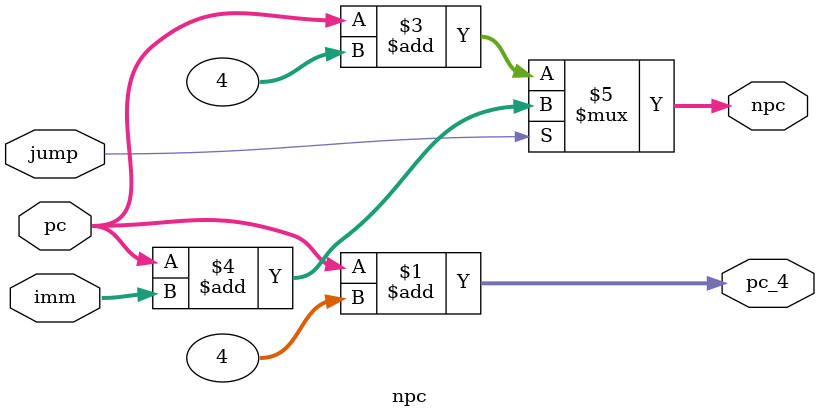
<source format=v>
`timescale 1ns / 1ps
`include "macro.vh"


module npc(
    input [31: 0] imm,  // 跳转的pc offset
    input jump,   //是否需要跳转
    input  [31:0] pc,
    output [31:0] npc,
    output [31:0] pc_4
    );
assign pc_4=pc+4;
    
assign npc = jump==0 ?  pc+4 : pc+imm ;

endmodule

</source>
